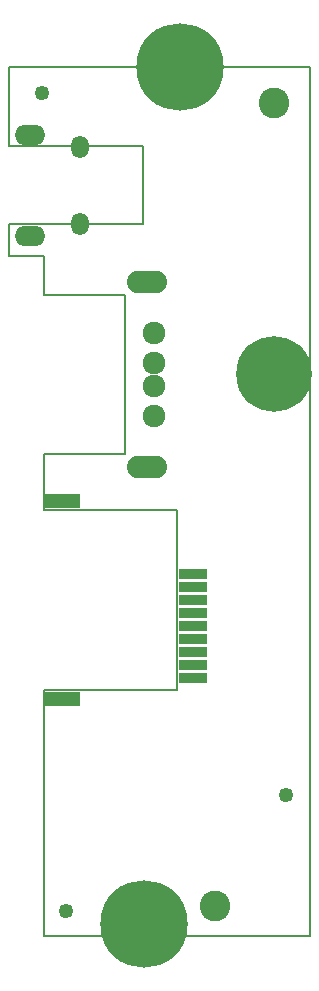
<source format=gbr>
G04 #@! TF.FileFunction,Soldermask,Bot*
%FSLAX46Y46*%
G04 Gerber Fmt 4.6, Leading zero omitted, Abs format (unit mm)*
G04 Created by KiCad (PCBNEW no-vcs-found-undefined) date Tue Nov  8 14:50:56 2016*
%MOMM*%
%LPD*%
G01*
G04 APERTURE LIST*
%ADD10C,0.600000*%
%ADD11C,0.150000*%
%ADD12C,1.254000*%
%ADD13C,2.600000*%
%ADD14C,7.400000*%
%ADD15C,6.400000*%
%ADD16O,2.600000X1.700000*%
%ADD17O,1.500000X1.910000*%
%ADD18C,1.924000*%
%ADD19O,3.400000X1.924000*%
%ADD20R,2.400000X0.950000*%
%ADD21R,3.010000X1.210000*%
G04 APERTURE END LIST*
D10*
D11*
X102500000Y-152750000D02*
X102500000Y-173500000D01*
X102500000Y-137500000D02*
X102500000Y-132715000D01*
X113800000Y-137500000D02*
X113800000Y-152750000D01*
X102500000Y-137500000D02*
X113800000Y-137500000D01*
X102500000Y-152750000D02*
X113800000Y-152750000D01*
X102500000Y-116000000D02*
X102500000Y-119253000D01*
X109347000Y-132715000D02*
X102500000Y-132715000D01*
X109347000Y-119253000D02*
X109347000Y-132715000D01*
X102500000Y-119253000D02*
X109347000Y-119253000D01*
X99500000Y-113284000D02*
X99500000Y-116000000D01*
X110900000Y-113284000D02*
X99500000Y-113284000D01*
X110900000Y-106680000D02*
X110900000Y-113284000D01*
X99500000Y-106680000D02*
X110900000Y-106680000D01*
X102500000Y-173500000D02*
X125000000Y-173500000D01*
X125000000Y-100000000D02*
X125000000Y-173500000D01*
X99500000Y-100000000D02*
X125000000Y-100000000D01*
X99500000Y-116000000D02*
X102500000Y-116000000D01*
X99500000Y-100000000D02*
X99500000Y-106680000D01*
D12*
X104394000Y-171458000D03*
X123012200Y-161600000D03*
X102362000Y-102200000D03*
D13*
X117000000Y-171000000D03*
D14*
X114000000Y-100000000D03*
X111000000Y-172500000D03*
D15*
X122000000Y-126000000D03*
D13*
X122000000Y-103000000D03*
D16*
X101300000Y-114300000D03*
X101300000Y-105700000D03*
D17*
X105550000Y-106700000D03*
X105550000Y-113300000D03*
D18*
X111800000Y-122500000D03*
X111800000Y-125000000D03*
X111800000Y-127000000D03*
X111800000Y-129500000D03*
D19*
X111200000Y-118150000D03*
X111200000Y-133850000D03*
D20*
X115100000Y-142908600D03*
X115100000Y-144008600D03*
X115100000Y-145108600D03*
X115100000Y-146208600D03*
X115100000Y-147308600D03*
X115100000Y-148408600D03*
X115100000Y-149508600D03*
X115100000Y-150608600D03*
X115100000Y-151708600D03*
D21*
X104000000Y-153508600D03*
X104000000Y-136708600D03*
M02*

</source>
